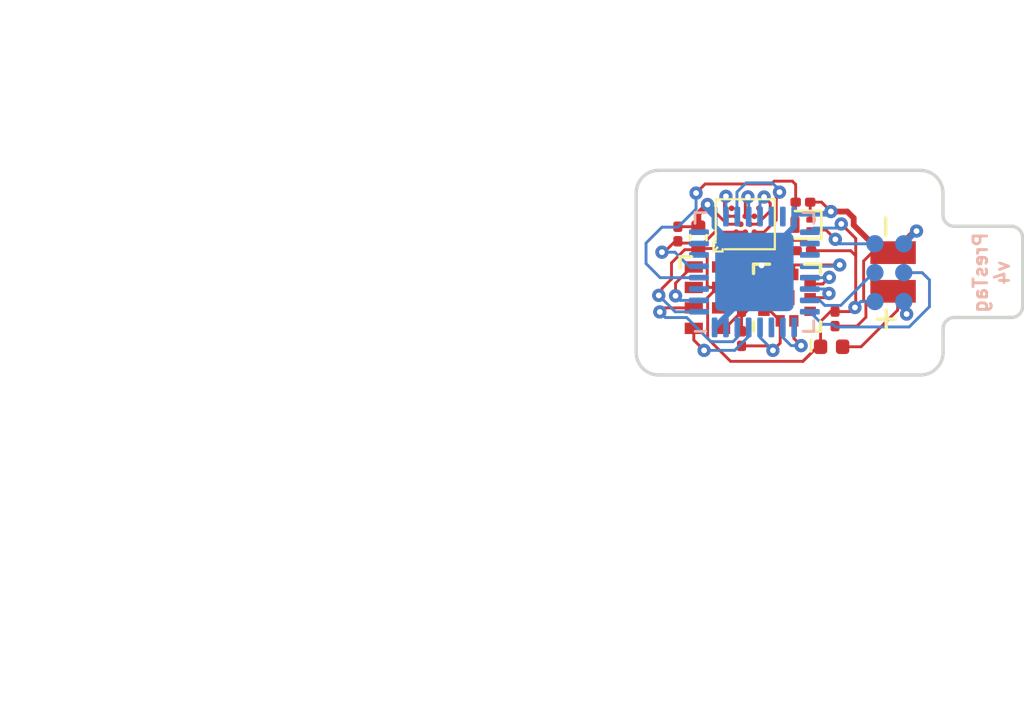
<source format=kicad_pcb>
(kicad_pcb (version 20211014) (generator pcbnew)
  (layers (0 "F.Cu" signal) (31 "B.Cu" signal) (34 "B.Paste" user) (35 "F.Paste" user) (36 "B.SilkS" user "B.Silkscreen") (37 "F.SilkS" user "F.Silkscreen") (38 "B.Mask" user) (39 "F.Mask" user) (44 "Edge.Cuts" user))
  (net 0 "")
  (net 1 "GND")
  (net 2 "VBAT")
  (net 3 "SWDIO")
  (net 4 "SWCLK")
  (net 5 "Net-(C502-Pad1)")
  (net 6 "RST")
  (net 7 "/clkout")
  (net 8 "/SCL")
  (net 9 "/SDA")
  (net 10 "VIN")
  (net 11 "Net-(R1-Pad1)")
  (net 12 "/AT25_MISO")
  (net 13 "/AT25_nCS")
  (net 14 "/AT25_MOSI")
  (net 15 "/AT25_SCK")
  (net 16 "/LPS_CS")
  (net 17 "/LPS_PWR")
  (net 18 "/LPS_MISO")
  (net 19 "/LPS_MOSI")
  (net 20 "/LPS_SCK")
  (footprint "library:taghole1.1mm" (layer "F.Cu") (at 139.931876 111.650589)
    (fp_text reference "J303" hide)
    (fp_text value "Conn_01x01" hide)
    (pad "" np_thru_hole circle (at 0.615 -0.03) (size 1.1 1.1) (drill 1.1) (layers F&B.Cu *.Mask))
  )
  (footprint "bittag:MS621" (layer "F.Cu") (at 150.596876 108.370589 180)
    (fp_text reference "J401" hide)
    (fp_text value "CONN_01X02" hide)
    (fp_text user "-" (at 0.4 2 270) (layer "F.SilkS"))
    (fp_text user "+" (at 0.3 -2 180) (layer "F.SilkS"))
    (pad "1" smd rect locked (at 0 -0.85 180) (size 2 1) (layers "F.Cu" "F.Mask") (net 2 "VBAT"))
    (pad "2" smd rect locked (at 0 0.85 180) (size 2 1) (layers "F.Cu" "F.Mask") (net 1 "GND"))
  )
  (footprint "Capacitor_SMD:C_0402_1005Metric" (layer "F.Cu") (at 142.031876 106.859589 90)
    (fp_text reference "C404" hide)
    (fp_text value "22uf")
    (fp_line (start -0.107836 -0.36) (end 0.107836 -0.36) (layer "F.SilkS") (width 0.12))
    (fp_line (start -0.107836 0.36) (end 0.107836 0.36) (layer "F.SilkS") (width 0.12))
    (pad "1" smd roundrect locked (at -0.48 0 90) (size 0.56 0.62) (layers "F.Cu" "F.Paste" "F.Mask") (net 10 "VIN"))
    (pad "2" smd roundrect locked (at 0.48 0 90) (size 0.56 0.62) (layers "F.Cu" "F.Paste" "F.Mask") (net 1 "GND"))
  )
  (footprint "library:RV-8803-C7" (layer "F.Cu") (at 142.431876 109.500589)
    (fp_text reference "U501" hide)
    (fp_text value "RV-3028-C7" hide)
    (fp_line (start -1.2 -1.8) (end -1.2 -1.3) (layer "F.SilkS") (width 0.15))
    (fp_line (start -0.7 -1.8) (end -1.2 -1.8) (layer "F.SilkS") (width 0.15))
    (pad "1" smd rect locked (at -0.6 -1.35) (size 0.8 0.5) (layers "F.Cu" "F.Paste" "F.Mask") (net 7 "/clkout"))
    (pad "2" smd rect locked (at -0.6 -0.45) (size 0.8 0.5) (layers "F.Cu" "F.Paste" "F.Mask"))
    (pad "3" smd rect locked (at -0.6 0.45) (size 0.8 0.5) (layers "F.Cu" "F.Paste" "F.Mask") (net 8 "/SCL"))
    (pad "4" smd rect locked (at -0.6 1.35) (size 0.8 0.5) (layers "F.Cu" "F.Paste" "F.Mask") (net 9 "/SDA"))
    (pad "5" smd rect locked (at 0.6 1.35) (size 0.8 0.5) (layers "F.Cu" "F.Paste" "F.Mask") (net 1 "GND"))
    (pad "6" smd rect locked (at 0.6 0.45) (size 0.8 0.5) (layers "F.Cu" "F.Paste" "F.Mask") (net 11 "Net-(R1-Pad1)"))
    (pad "7" smd rect locked (at 0.6 -0.45) (size 0.8 0.5) (layers "F.Cu" "F.Paste" "F.Mask") (net 10 "VIN"))
    (pad "8" smd rect locked (at 0.6 -1.35) (size 0.8 0.5) (layers "F.Cu" "F.Paste" "F.Mask") (net 1 "GND"))
  )
  (footprint "Resistor_SMD:R_0201_0603Metric" (layer "F.Cu") (at 143.931876 109.800589 -90)
    (fp_text reference "R1" hide)
    (fp_text value "10k")
    (pad "1" smd roundrect locked (at -0.32 0 270) (size 0.46 0.4) (layers "F.Cu" "F.Mask") (net 11 "Net-(R1-Pad1)"))
    (pad "2" smd roundrect locked (at 0.32 0 270) (size 0.46 0.4) (layers "F.Cu" "F.Mask") (net 1 "GND"))
  )
  (footprint "Capacitor_SMD:C_0201_0603Metric" (layer "F.Cu") (at 148.044276 110.432589 -90)
    (fp_text reference "C501" hide)
    (fp_text value "0.1uf")
    (pad "1" smd roundrect locked (at -0.32 0 270) (size 0.46 0.4) (layers "F.Cu" "F.Mask") (net 10 "VIN"))
    (pad "2" smd roundrect locked (at 0.32 0 270) (size 0.46 0.4) (layers "F.Cu" "F.Mask") (net 1 "GND"))
  )
  (footprint "Capacitor_SMD:C_0201_0603Metric" (layer "F.Cu") (at 143.931876 108.400589 90)
    (fp_text reference "C503" hide)
    (fp_text value "0.1uf")
    (pad "1" smd roundrect locked (at -0.32 0 90) (size 0.46 0.4) (layers "F.Cu" "F.Mask") (net 10 "VIN"))
    (pad "2" smd roundrect locked (at 0.32 0 90) (size 0.46 0.4) (layers "F.Cu" "F.Mask") (net 1 "GND"))
  )
  (footprint "Diode_SMD:D_0402_1005Metric" (layer "F.Cu") (at 147.891876 111.659589)
    (fp_text reference "D401" hide)
    (fp_text value "D")
    (fp_line (start -0.9 -0.32) (end -0.9 0.2) (layer "F.SilkS") (width 0.12))
    (pad "1" smd roundrect (at -0.485 0) (size 0.59 0.64) (layers "F.Cu" "F.Paste" "F.Mask") (net 10 "VIN"))
    (pad "2" smd roundrect (at 0.485 0) (size 0.59 0.64) (layers "F.Cu" "F.Paste" "F.Mask") (net 2 "VBAT"))
  )
  (footprint "library:adesto_wlcsp12" (layer "F.Cu") (at 144.096876 106.270589 90)
    (fp_text reference "U1" hide)
    (fp_text value "at25ex321D-UUN" hide)
    (fp_line (start 1.1 1.3) (end 1.1 -1.3) (layer "F.SilkS") (width 0.1))
    (fp_line (start -1.2 -1) (end -1.1 -1) (layer "F.SilkS") (width 0.1))
    (fp_line (start -0.8 -1.4) (end -0.8 -1.3) (layer "F.SilkS") (width 0.1))
    (fp_line (start -1.2 -1.4) (end -1.025 -1.225) (layer "F.SilkS") (width 0.1))
    (fp_line (start -1.1 1.3) (end -1.1 -0.9) (layer "F.SilkS") (width 0.1))
    (fp_line (start -0.8 -1.4) (end -1.2 -1.4) (layer "F.SilkS") (width 0.1))
    (fp_line (start -1.1 1.3) (end 1.1 1.3) (layer "F.SilkS") (width 0.1))
    (fp_line (start -1.2 -1) (end -1.2 -1.4) (layer "F.SilkS") (width 0.1))
    (fp_line (start 1.1 -1.3) (end -0.7 -1.3) (layer "F.SilkS") (width 0.1))
    (pad "A1" smd circle locked (at -0.7 -0.6 90) (size 0.25 0.25) (layers "F.Cu" "F.Paste" "F.Mask"))
    (pad "A5" smd circle locked (at 0.7 -0.6 90) (size 0.25 0.25) (layers "F.Cu" "F.Paste" "F.Mask"))
    (pad "B2" smd circle locked (at -0.35 -0.4 90) (size 0.25 0.25) (layers "F.Cu" "F.Paste" "F.Mask") (net 10 "VIN"))
    (pad "B4" smd circle locked (at 0.35 -0.4 90) (size 0.25 0.25) (layers "F.Cu" "F.Paste" "F.Mask") (net 13 "/AT25_nCS"))
    (pad "C3" smd circle locked (at 0 -0.2 90) (size 0.25 0.25) (layers "F.Cu" "F.Paste" "F.Mask") (net 1 "GND"))
    (pad "D2" smd circle locked (at -0.35 0 90) (size 0.25 0.25) (layers "F.Cu" "F.Paste" "F.Mask") (net 10 "VIN"))
    (pad "D4" smd circle locked (at 0.35 0 90) (size 0.25 0.25) (layers "F.Cu" "F.Paste" "F.Mask") (net 12 "/AT25_MISO"))
    (pad "E3" smd circle locked (at 0 0.2 90) (size 0.25 0.25) (layers "F.Cu" "F.Paste" "F.Mask") (net 14 "/AT25_MOSI"))
    (pad "F2" smd circle locked (at -0.35 0.4 90) (size 0.25 0.25) (layers "F.Cu" "F.Paste" "F.Mask") (net 15 "/AT25_SCK"))
    (pad "F4" smd circle locked (at 0.35 0.4 90) (size 0.25 0.25) (layers "F.Cu" "F.Paste" "F.Mask"))
    (pad "G1" smd circle locked (at -0.7 0.6 90) (size 0.25 0.25) (layers "F.Cu" "F.Paste" "F.Mask"))
    (pad "G5" smd circle locked (at 0.7 0.6 90) (size 0.25 0.25) (layers "F.Cu" "F.Paste" "F.Mask"))
  )
  (footprint "Capacitor_SMD:C_0201_0603Metric" (layer "F.Cu") (at 146.631876 105.300589)
    (fp_text reference "C502" hide)
    (fp_text value "0.1uf")
    (pad "1" smd roundrect locked (at -0.32 0) (size 0.46 0.4) (layers "F.Cu" "F.Mask") (net 5 "Net-(C502-Pad1)"))
    (pad "2" smd roundrect locked (at 0.32 0) (size 0.46 0.4) (layers "F.Cu" "F.Mask") (net 1 "GND"))
  )
  (footprint "library:taghole1.1mm" (layer "F.Cu") (at 139.931876 105.150589)
    (fp_text reference "J304" hide)
    (fp_text value "Conn_01x01" hide)
    (pad "" np_thru_hole circle (at 0.615 -0.03) (size 1.1 1.1) (drill 1.1) (layers F&B.Cu *.Mask))
  )
  (footprint "library:taghole1.1mm" (layer "F.Cu") (at 150.901876 111.650589)
    (fp_text reference "J301" hide)
    (fp_text value "Conn_01x01" hide)
    (pad "" np_thru_hole circle locked (at 0.645 -0.03) (size 1.1 1.1) (drill 1.1) (layers F&B.Cu *.Mask))
  )
  (footprint "library:taghole1.1mm" (layer "F.Cu") (at 150.901876 105.150589)
    (fp_text reference "J302" hide)
    (fp_text value "Conn_01x01" hide)
    (pad "" np_thru_hole circle (at 0.645 -0.03) (size 1.1 1.1) (drill 1.1) (layers F&B.Cu *.Mask))
  )
  (footprint "Package_TO_SOT_SMD:SOT-883" (layer "F.Cu") (at 146.631876 106.300589 180)
    (fp_text reference "Q501" hide)
    (fp_text value "Q_NPN_BEC")
    (fp_line (start 0.35 0.61) (end -0.81 0.61) (layer "F.SilkS") (width 0.12))
    (fp_line (start -0.81 0.61) (end -0.81 -0.61) (layer "F.SilkS") (width 0.12))
    (fp_line (start -0.81 -0.61) (end 0.35 -0.61) (layer "F.SilkS") (width 0.12))
    (pad "1" smd roundrect locked (at -0.35 -0.225 180) (size 0.4 0.25) (layers "F.Cu" "F.Paste" "F.Mask") (roundrect_rratio 0.2) (net 6 "RST"))
    (pad "2" smd roundrect locked (at -0.35 0.225 180) (size 0.4 0.25) (layers "F.Cu" "F.Paste" "F.Mask") (roundrect_rratio 0.2) (net 1 "GND"))
    (pad "3" smd roundrect locked (at 0.35 0 180) (size 0.4 0.7) (layers "F.Cu" "F.Paste" "F.Mask") (roundrect_rratio 0.125) (net 5 "Net-(C502-Pad1)"))
  )
  (footprint "Capacitor_SMD:C_0201_0603Metric" (layer "F.Cu") (at 143.931876 111.300589 90)
    (fp_text reference "C1" hide)
    (fp_text value "0.1uf")
    (pad "1" smd roundrect locked (at -0.32 0 90) (size 0.46 0.4) (layers "F.Cu" "F.Mask") (net 17 "/LPS_PWR"))
    (pad "2" smd roundrect locked (at 0.32 0 90) (size 0.46 0.4) (layers "F.Cu" "F.Mask") (net 1 "GND"))
  )
  (footprint "lib_fp:LPS27HHWTR" (layer "F.Cu") (at 145.931876 109.500589 90)
    (fp_text reference "U2" hide)
    (fp_text value "LPS27HHWTR" hide)
    (fp_line (start 1.4732 -1.4732) (end 1.066686 -1.4732) (layer "F.SilkS") (width 0.1524))
    (fp_line (start -1.4732 1.4732) (end -1.066686 1.4732) (layer "F.SilkS") (width 0.1524))
    (fp_line (start -1.4732 0.770467) (end -1.4732 1.4732) (layer "F.SilkS") (width 0.1524))
    (fp_line (start 1.4732 1.4732) (end 1.4732 0.770467) (layer "F.SilkS") (width 0.1524))
    (fp_line (start 1.066686 1.4732) (end 1.4732 1.4732) (layer "F.SilkS") (width 0.1524))
    (fp_line (start -1.066686 -1.4732) (end -1.4732 -1.4732) (layer "F.SilkS") (width 0.1524))
    (fp_line (start 1.4732 -0.770467) (end 1.4732 -1.4732) (layer "F.SilkS") (width 0.1524))
    (pad "1" smd rect (at -1.020999 -0.299999 180) (size 0.4064 0.508) (layers "F.Cu" "F.Paste" "F.Mask") (net 17 "/LPS_PWR"))
    (pad "2" smd rect (at -1.020999 0.299999 180) (size 0.4064 0.508) (layers "F.Cu" "F.Paste" "F.Mask") (net 20 "/LPS_SCK"))
    (pad "3" smd rect (at -0.599999 1.016 90) (size 0.4064 0.508) (layers "F.Cu" "F.Paste" "F.Mask"))
    (pad "4" smd rect (at 0 1.016 90) (size 0.4064 0.508) (layers "F.Cu" "F.Paste" "F.Mask") (net 19 "/LPS_MOSI"))
    (pad "5" smd rect (at 0.599999 1.016 90) (size 0.4064 0.508) (layers "F.Cu" "F.Paste" "F.Mask") (net 18 "/LPS_MISO"))
    (pad "6" smd rect (at 1.020999 0.299999 180) (size 0.4064 0.508) (layers "F.Cu" "F.Paste" "F.Mask") (net 16 "/LPS_CS"))
    (pad "7" smd rect (at 1.020999 -0.299999 180) (size 0.4064 0.508) (layers "F.Cu" "F.Paste" "F.Mask"))
    (pad "8" smd rect (at 0.599999 -1.016 90) (size 0.4064 0.508) (layers "F.Cu" "F.Paste" "F.Mask") (net 1 "GND"))
    (pad "9" smd rect (at 0 -1.016 90) (size 0.4064 0.508) (layers "F.Cu" "F.Paste" "F.Mask") (net 1 "GND"))
    (pad "10" smd rect (at -0.599999 -1.016 90) (size 0.4064 0.508) (layers "F.Cu" "F.Paste" "F.Mask") (net 17 "/LPS_PWR"))
    (pad "11" smd rect (at 0 0 90) (size 0.6604 0.6604) (layers "F.Cu" "F.Paste" "F.Mask") (net 1 "GND"))
  )
  (footprint "Capacitor_SMD:C_0201_0603Metric" (layer "F.Cu") (at 141.131876 106.700589 90)
    (fp_text reference "C2" hide)
    (fp_text value "0.1uf")
    (pad "1" smd roundrect locked (at -0.32 0 90) (size 0.46 0.4) (layers "F.Cu" "F.Mask") (net 10 "VIN"))
    (pad "2" smd roundrect locked (at 0.32 0 90) (size 0.46 0.4) (layers "F.Cu" "F.Mask") (net 1 "GND"))
  )
  (footprint "Capacitor_SMD:C_0201_0603Metric" (layer "F.Cu") (at 146.672676 107.435389 180)
    (fp_text reference "C101" hide)
    (fp_text value "1uf")
    (pad "1" smd roundrect locked (at -0.32 0 180) (size 0.46 0.4) (layers "F.Cu" "F.Mask") (net 10 "VIN"))
    (pad "2" smd roundrect locked (at 0.32 0 180) (size 0.46 0.4) (layers "F.Cu" "F.Mask") (net 1 "GND"))
  )
  (footprint "bittag:tagpoints6" (layer "B.Cu") (at 150.431876 108.400589 90)
    (fp_text reference "J201" hide)
    (fp_text value "CONN_02X04" hide)
    (pad "1" smd circle locked (at -1.27 -0.635 90) (size 0.762 0.762) (layers "B.Cu" "B.Mask") (net 10 "VIN"))
    (pad "2" smd circle locked (at -1.27 0.635 90) (size 0.762 0.762) (layers "B.Cu" "B.Mask") (net 2 "VBAT"))
    (pad "3" smd circle locked (at 0 -0.635 90) (size 0.762 0.762) (layers "B.Cu" "B.Mask") (net 3 "SWDIO"))
    (pad "4" smd circle locked (at 0 0.635 90) (size 0.762 0.762) (layers "B.Cu" "B.Mask") (net 4 "SWCLK"))
    (pad "5" smd circle locked (at 1.27 -0.635 90) (size 0.762 0.762) (layers "B.Cu" "B.Mask") (net 6 "RST"))
    (pad "6" smd circle locked (at 1.27 0.635 90) (size 0.762 0.762) (layers "B.Cu" "B.Mask") (net 1 "GND"))
  )
  (footprint "Package_DFN_QFN:QFN-32-1EP_5x5mm_P0.5mm_EP3.45x3.45mm" (layer "B.Cu") (at 144.496876 108.370589)
    (fp_text reference "U302" hide)
    (fp_text value "stm32l431kc")
    (fp_line (start 2.61 -2.61) (end 2.61 -2.135) (layer "B.SilkS") (width 0.12))
    (fp_line (start 2.135 2.61) (end 2.61 2.61) (layer "B.SilkS") (width 0.12))
    (fp_line (start -2.135 -2.61) (end -2.61 -2.61) (layer "B.SilkS") (width 0.12))
    (fp_line (start 2.135 -2.61) (end 2.61 -2.61) (layer "B.SilkS") (width 0.12))
    (fp_line (start -2.135 2.61) (end -2.61 2.61) (layer "B.SilkS") (width 0.12))
    (fp_line (start -2.61 -2.61) (end -2.61 -2.135) (layer "B.SilkS") (width 0.12))
    (fp_line (start 2.61 2.61) (end 2.61 2.135) (layer "B.SilkS") (width 0.12))
    (pad "1" smd roundrect locked (at -2.4375 1.75) (size 0.875 0.25) (layers "B.Cu" "B.Paste" "B.Mask") (net 10 "VIN"))
    (pad "2" smd roundrect locked (at -2.4375 1.25) (size 0.875 0.25) (layers "B.Cu" "B.Paste" "B.Mask") (net 7 "/clkout"))
    (pad "3" smd roundrect locked (at -2.4375 0.75) (size 0.875 0.25) (layers "B.Cu" "B.Paste" "B.Mask"))
    (pad "4" smd roundrect locked (at -2.4375 0.25) (size 0.875 0.25) (layers "B.Cu" "B.Paste" "B.Mask") (net 5 "Net-(C502-Pad1)"))
    (pad "5" smd roundrect locked (at -2.4375 -0.25) (size 0.875 0.25) (layers "B.Cu" "B.Paste" "B.Mask") (net 10 "VIN"))
    (pad "6" smd roundrect locked (at -2.4375 -0.75) (size 0.875 0.25) (layers "B.Cu" "B.Paste" "B.Mask"))
    (pad "7" smd roundrect locked (at -2.4375 -1.25) (size 0.875 0.25) (layers "B.Cu" "B.Paste" "B.Mask"))
    (pad "8" smd roundrect locked (at -2.4375 -1.75) (size 0.875 0.25) (layers "B.Cu" "B.Paste" "B.Mask"))
    (pad "9" smd roundrect locked (at -1.75 -2.4375) (size 0.25 0.875) (layers "B.Cu" "B.Paste" "B.Mask") (net 1 "GND"))
    (pad "10" smd roundrect locked (at -1.25 -2.4375) (size 0.25 0.875) (layers "B.Cu" "B.Paste" "B.Mask") (net 13 "/AT25_nCS"))
    (pad "11" smd roundrect locked (at -0.75 -2.4375) (size 0.25 0.875) (layers "B.Cu" "B.Paste" "B.Mask") (net 15 "/AT25_SCK"))
    (pad "12" smd roundrect locked (at -0.25 -2.4375) (size 0.25 0.875) (layers "B.Cu" "B.Paste" "B.Mask") (net 12 "/AT25_MISO"))
    (pad "13" smd roundrect locked (at 0.25 -2.4375) (size 0.25 0.875) (layers "B.Cu" "B.Paste" "B.Mask") (net 14 "/AT25_MOSI"))
    (pad "14" smd roundrect locked (at 0.75 -2.4375) (size 0.25 0.875) (layers "B.Cu" "B.Paste" "B.Mask"))
    (pad "15" smd roundrect locked (at 1.25 -2.4375) (size 0.25 0.875) (layers "B.Cu" "B.Paste" "B.Mask"))
    (pad "16" smd roundrect locked (at 1.75 -2.4375) (size 0.25 0.875) (layers "B.Cu" "B.Paste" "B.Mask") (net 1 "GND"))
    (pad "17" smd roundrect locked (at 2.4375 -1.75) (size 0.875 0.25) (layers "B.Cu" "B.Paste" "B.Mask") (net 10 "VIN"))
    (pad "18" smd roundrect locked (at 2.4375 -1.25) (size 0.875 0.25) (layers "B.Cu" "B.Paste" "B.Mask"))
    (pad "19" smd roundrect locked (at 2.4375 -0.75) (size 0.875 0.25) (layers "B.Cu" "B.Paste" "B.Mask"))
    (pad "20" smd roundrect locked (at 2.4375 -0.25) (size 0.875 0.25) (layers "B.Cu" "B.Paste" "B.Mask") (net 16 "/LPS_CS"))
    (pad "21" smd roundrect locked (at 2.4375 0.25) (size 0.875 0.25) (layers "B.Cu" "B.Paste" "B.Mask") (net 18 "/LPS_MISO"))
    (pad "22" smd roundrect locked (at 2.4375 0.75) (size 0.875 0.25) (layers "B.Cu" "B.Paste" "B.Mask") (net 19 "/LPS_MOSI"))
    (pad "23" smd roundrect locked (at 2.4375 1.25) (size 0.875 0.25) (layers "B.Cu" "B.Paste" "B.Mask") (net 3 "SWDIO"))
    (pad "24" smd roundrect locked (at 2.4375 1.75) (size 0.875 0.25) (layers "B.Cu" "B.Paste" "B.Mask") (net 4 "SWCLK"))
    (pad "25" smd roundrect locked (at 1.75 2.4375) (size 0.25 0.875) (layers "B.Cu" "B.Paste" "B.Mask"))
    (pad "26" smd roundrect locked (at 1.25 2.4375) (size 0.25 0.875) (layers "B.Cu" "B.Paste" "B.Mask") (net 20 "/LPS_SCK"))
    (pad "27" smd roundrect locked (at 0.75 2.4375) (size 0.25 0.875) (layers "B.Cu" "B.Paste" "B.Mask"))
    (pad "28" smd roundrect locked (at 0.25 2.4375) (size 0.25 0.875) (layers "B.Cu" "B.Paste" "B.Mask") (net 17 "/LPS_PWR"))
    (pad "29" smd roundrect locked (at -0.25 2.4375) (size 0.25 0.875) (layers "B.Cu" "B.Paste" "B.Mask") (net 9 "/SDA"))
    (pad "30" smd roundrect locked (at -0.75 2.4375) (size 0.25 0.875) (layers "B.Cu" "B.Paste" "B.Mask") (net 8 "/SCL"))
    (pad "31" smd roundrect locked (at -1.25 2.4375) (size 0.25 0.875) (layers "B.Cu" "B.Paste" "B.Mask") (net 1 "GND"))
    (pad "32" smd roundrect locked (at -1.75 2.4375) (size 0.25 0.875) (layers "B.Cu" "B.Paste" "B.Mask") (net 1 "GND"))
    (pad "33" smd roundrect locked (at 0 0) (size 3.45 3.45) (layers "B.Cu" "B.Mask") (roundrect_rratio 0.07246376812) (net 1 "GND"))
  )
  (gr_line (start 139.296876 111.900589) (end 139.296876 104.900589) (layer "Edge.Cuts") (width 0.15))
  (gr_line (start 152.791876 104.900589) (end 152.791876 105.870589) (layer "Edge.Cuts") (width 0.15))
  (gr_line (start 156.296876 106.870589) (end 156.296876 109.870589) (layer "Edge.Cuts") (width 0.15))
  (gr_line (start 152.796876 111.900589) (end 152.796876 110.870589) (layer "Edge.Cuts") (width 0.15))
  (gr_arc (start 140.296876 112.900589) (mid 139.589769 112.607696) (end 139.296876 111.900589) (layer "Edge.Cuts") (width 0.15))
  (gr_arc (start 151.791876 103.900589) (mid 152.498983 104.193482) (end 152.791876 104.900589) (layer "Edge.Cuts") (width 0.15))
  (gr_line (start 140.296876 103.900589) (end 151.791876 103.900589) (layer "Edge.Cuts") (width 0.15))
  (gr_arc (start 156.296876 109.870589) (mid 156.150429 110.224142) (end 155.796876 110.370589) (layer "Edge.Cuts") (width 0.15))
  (gr_arc (start 152.796876 111.900589) (mid 152.503983 112.607696) (end 151.796876 112.900589) (layer "Edge.Cuts") (width 0.15))
  (gr_arc (start 153.291876 106.360589) (mid 152.940394 106.219142) (end 152.791876 105.870589) (layer "Edge.Cuts") (width 0.15))
  (gr_line (start 151.796876 112.900589) (end 140.296876 112.900589) (layer "Edge.Cuts") (width 0.15))
  (gr_arc (start 155.791876 106.360589) (mid 156.15 106.511) (end 156.296876 106.870589) (layer "Edge.Cuts") (width 0.15))
  (gr_line (start 153.291876 106.360589) (end 155.791876 106.360589) (layer "Edge.Cuts") (width 0.15))
  (gr_arc (start 152.796876 110.870589) (mid 152.943323 110.517036) (end 153.296876 110.370589) (layer "Edge.Cuts") (width 0.15))
  (gr_line (start 153.296876 110.370589) (end 155.796876 110.370589) (layer "Edge.Cuts") (width 0.15))
  (gr_arc (start 139.296876 104.900589) (mid 139.589769 104.193482) (end 140.296876 103.900589) (layer "Edge.Cuts") (width 0.15))
  (gr_text "PresTag\nv4" (at 154.921876 108.400589 90) (layer "B.SilkS") (effects (font (size 0.6 0.6) (thickness 0.125)) (justify mirror)))
  (segment (start 147.450616 105.300589) (end 147.863213 105.713186) (width 0.127) (layer "F.Cu") (net 1))
  (segment (start 150.796876 107.520589) (end 150.212876 107.520589) (width 0.254) (layer "F.Cu") (net 1))
  (segment (start 146.951876 105.300589) (end 146.951876 106.045589) (width 0.127) (layer "F.Cu") (net 1))
  (segment (start 143.301876 106.270589) (end 142.726878 105.695591) (width 0.127) (layer "F.Cu") (net 1))
  (segment (start 143.931876 108.080589) (end 144.811876 108.080589) (width 0.127) (layer "F.Cu") (net 1))
  (segment (start 146.951876 105.300589) (end 147.450616 105.300589) (width 0.127) (layer "F.Cu") (net 1))
  (segment (start 148.580305 105.713186) (end 147.863213 105.713186) (width 0.254) (layer "F.Cu") (net 1))
  (segment (start 150.746876 107.370589) (end 150.596876 107.520589) (width 0.254) (layer "F.Cu") (net 1))
  (segment (start 149.401867 110.359598) (end 149.401867 109.70103) (width 0.127) (layer "F.Cu") (net 1))
  (segment (start 144.915876 109.500589) (end 144.751876 109.500589) (width 0.127) (layer "F.Cu") (net 1))
  (segment (start 144.915876 108.90059) (end 144.915876 109.500589) (width 0.127) (layer "F.Cu") (net 1))
  (segment (start 144.915876 109.500589) (end 145.931876 109.500589) (width 0.127) (layer "F.Cu") (net 1))
  (segment (start 149.301876 109.601039) (end 149.301876 107.888589) (width 0.127) (layer "F.Cu") (net 1))
  (segment (start 141.131876 106.380589) (end 142.030876 106.380589) (width 0.127) (layer "F.Cu") (net 1))
  (segment (start 143.896876 106.270589) (end 143.701876 106.270589) (width 0.13) (layer "F.Cu") (net 1))
  (segment (start 149.401867 109.70103) (end 149.301876 109.601039) (width 0.127) (layer "F.Cu") (net 1))
  (segment (start 151.546876 106.570589) (end 150.596876 107.520589) (width 0.254) (layer "F.Cu") (net 1))
  (segment (start 148.864579 106.307291) (end 148.864579 105.99746) (width 0.254) (layer "F.Cu") (net 1))
  (segment (start 143.201876 110.850589) (end 143.031876 110.850589) (width 0.127) (layer "F.Cu") (net 1))
  (segment (start 142.031876 105.806395) (end 142.434779 105.403492) (width 0.254) (layer "F.Cu") (net 1))
  (segment (start 149.008876 110.752589) (end 149.401867 110.359598) (width 0.127) (layer "F.Cu") (net 1))
  (segment (start 144.131876 110.120589) (end 143.931876 110.120589) (width 0.127) (layer "F.Cu") (net 1))
  (segment (start 142.726878 105.695591) (end 142.434779 105.403492) (width 0.127) (layer "F.Cu") (net 1))
  (segment (start 151.626876 106.570589) (end 151.546876 106.570589) (width 0.254) (layer "F.Cu") (net 1))
  (segment (start 144.811876 108.080589) (end 144.811876 108.79659) (width 0.127) (layer "F.Cu") (net 1))
  (segment (start 144.751876 109.500589) (end 144.131876 110.120589) (width 0.127) (layer "F.Cu") (net 1))
  (segment (start 143.031876 108.150589) (end 143.901876 108.150589) (width 0.127) (layer "F.Cu") (net 1))
  (segment (start 144.811876 108.080589) (end 145.224967 108.080589) (width 0.127) (layer "F.Cu") (net 1))
  (segment (start 148.864579 105.99746) (end 148.580305 105.713186) (width 0.254) (layer "F.Cu") (net 1))
  (segment (start 143.031876 110.850589) (end 143.16103 110.850589) (width 0.127) (layer "F.Cu") (net 1))
  (segment (start 150.077877 107.520589) (end 148.864579 106.307291) (width 0.254) (layer "F.Cu") (net 1))
  (segment (start 146.951876 106.045589) (end 146.981876 106.075589) (width 0.127) (layer "F.Cu") (net 1))
  (segment (start 149.669876 107.520589) (end 150.796876 107.520589) (width 0.127) (layer "F.Cu") (net 1))
  (segment (start 145.224967 108.080589) (end 145.870167 107.435389) (width 0.127) (layer "F.Cu") (net 1))
  (segment (start 142.031876 106.379589) (end 142.031876 105.806395) (width 0.254) (layer "F.Cu") (net 1))
  (segment (start 143.701876 106.270589) (end 143.301876 106.270589) (width 0.127) (layer "F.Cu") (net 1))
  (segment (start 148.044276 110.752589) (end 149.008876 110.752589) (width 0.127) (layer "F.Cu") (net 1))
  (segment (start 142.030876 106.380589) (end 142.031876 106.379589) (width 0.127) (layer "F.Cu") (net 1))
  (segment (start 150.796876 107.520589) (end 150.077877 107.520589) (width 0.254) (layer "F.Cu") (net 1))
  (segment (start 143.031876 108.150589) (end 143.861876 108.150589) (width 0.127) (layer "F.Cu") (net 1))
  (segment (start 143.931876 110.120589) (end 143.201876 110.850589) (width 0.127) (layer "F.Cu") (net 1))
  (segment (start 149.301876 107.888589) (end 149.669876 107.520589) (width 0.127) (layer "F.Cu") (net 1))
  (segment (start 144.811876 108.79659) (end 144.915876 108.90059) (width 0.127) (layer "F.Cu") (net 1))
  (segment (start 145.870167 107.435389) (end 146.352676 107.435389) (width 0.127) (layer "F.Cu") (net 1))
  (segment (start 149.912876 107.520589) (end 150.796876 107.520589) (width 0.127) (layer "F.Cu") (net 1))
  (segment (start 143.931876 110.980589) (end 143.931876 110.120589) (width 0.127) (layer "F.Cu") (net 1))
  (via (at 151.626876 106.570589) (size 0.5842) (drill 0.254) (layers "F.Cu" "B.Cu") (net 1))
  (via (at 142.434779 105.403492) (size 0.5842) (drill 0.254) (layers "F.Cu" "B.Cu") (net 1))
  (via (at 144.811876 108.080589) (size 0.5842) (drill 0.254) (layers "F.Cu" "B.Cu") (net 1))
  (via (at 147.863213 105.713186) (size 0.5842) (drill 0.254) (layers "F.Cu" "B.Cu") (net 1))
  (segment (start 144.746876 108.120589) (end 144.496876 108.370589) (width 0.13) (layer "B.Cu") (net 1))
  (segment (start 143.246876 107.120589) (end 144.496876 108.370589) (width 0.127) (layer "B.Cu") (net 1))
  (segment (start 146.246876 105.933089) (end 146.371876 105.808089) (width 0.254) (layer "B.Cu") (net 1))
  (segment (start 146.371876 105.808089) (end 147.91133 105.808089) (width 0.254) (layer "B.Cu") (net 1))
  (segment (start 145.246876 107.620589) (end 144.496876 108.370589) (width 0.127) (layer "B.Cu") (net 1))
  (segment (start 142.746876 105.933089) (end 142.434779 105.620992) (width 0.254) (layer "B.Cu") (net 1))
  (segment (start 142.434779 105.620992) (end 142.434779 105.403492) (width 0.254) (layer "B.Cu") (net 1))
  (segment (start 142.746876 106.370589) (end 144.496876 108.120589) (width 0.254) (layer "B.Cu") (net 1))
  (segment (start 143.246876 109.620589) (end 144.496876 108.370589) (width 0.13) (layer "B.Cu") (net 1))
  (segment (start 146.246876 105.933089) (end 146.246876 106.370589) (width 0.254) (layer "B.Cu") (net 1))
  (segment (start 147.948279 105.713186) (end 147.863213 105.713186) (width 0.254) (layer "B.Cu") (net 1))
  (segment (start 146.246876 106.370589) (end 144.496876 108.120589) (width 0.254) (layer "B.Cu") (net 1))
  (segment (start 144.796876 108.370589) (end 144.896876 108.270589) (width 0.127) (layer "B.Cu") (net 1))
  (segment (start 144.496876 108.370589) (end 144.796876 108.370589) (width 0.127) (layer "B.Cu") (net 1))
  (segment (start 143.746876 107.620589) (end 144.496876 108.370589) (width 0.127) (layer "B.Cu") (net 1))
  (segment (start 142.746876 105.933089) (end 142.746876 106.370589) (width 0.254) (layer "B.Cu") (net 1))
  (segment (start 143.246876 110.808089) (end 143.246876 109.620589) (width 0.13) (layer "B.Cu") (net 1))
  (segment (start 151.066876 107.130589) (end 151.626876 106.570589) (width 0.254) (layer "B.Cu") (net 1))
  (segment (start 142.746876 110.808089) (end 144.496876 109.058089) (width 0.254) (layer "B.Cu") (net 1))
  (segment (start 149.186876 111.659589) (end 150.796876 110.049589) (width 0.127) (layer "F.Cu") (net 2))
  (segment (start 150.646876 109.270589) (end 150.596876 109.220589) (width 0.254) (layer "F.Cu") (net 2))
  (segment (start 150.796876 109.220589) (end 150.611876 109.220589) (width 0.254) (layer "F.Cu") (net 2))
  (segment (start 148.376876 111.659589) (end 149.186876 111.659589) (width 0.127) (layer "F.Cu") (net 2))
  (segment (start 150.796876 110.049589) (end 150.796876 109.220589) (width 0.127) (layer "F.Cu") (net 2))
  (segment (start 151.191876 110.220589) (end 151.191876 109.615589) (width 0.127) (layer "F.Cu") (net 2))
  (segment (start 151.191876 109.615589) (end 150.796876 109.220589) (width 0.127) (layer "F.Cu") (net 2))
  (via (at 151.191876 110.220589) (size 0.5842) (drill 0.254) (layers "F.Cu" "B.Cu") (net 2))
  (segment (start 151.066876 109.670589) (end 151.066876 110.095589) (width 0.127) (layer "B.Cu") (net 2))
  (segment (start 151.066876 110.095589) (end 151.191876 110.220589) (width 0.127) (layer "B.Cu") (net 2))
  (segment (start 147.593477 109.84219) (end 147.371876 109.620589) (width 0.127) (layer "B.Cu") (net 3))
  (segment (start 147.371876 109.620589) (end 146.934376 109.620589) (width 0.127) (layer "B.Cu") (net 3))
  (segment (start 149.737856 108.400589) (end 148.296255 109.84219) (width 0.127) (layer "B.Cu") (net 3))
  (segment (start 149.796876 108.400589) (end 149.737856 108.400589) (width 0.127) (layer "B.Cu") (net 3))
  (segment (start 148.296255 109.84219) (end 147.593477 109.84219) (width 0.127) (layer "B.Cu") (net 3))
  (segment (start 151.876876 108.400589) (end 152.196876 108.720589) (width 0.127) (layer "B.Cu") (net 4))
  (segment (start 151.066876 108.400589) (end 151.876876 108.400589) (width 0.127) (layer "B.Cu") (net 4))
  (segment (start 147.951668 110.674339) (end 147.488126 110.674339) (width 0.127) (layer "B.Cu") (net 4))
  (segment (start 151.307397 110.787568) (end 148.064897 110.787568) (width 0.127) (layer "B.Cu") (net 4))
  (segment (start 152.196876 108.720589) (end 152.196876 109.898089) (width 0.127) (layer "B.Cu") (net 4))
  (segment (start 147.488126 110.674339) (end 146.934376 110.120589) (width 0.127) (layer "B.Cu") (net 4))
  (segment (start 152.196876 109.898089) (end 151.307397 110.787568) (width 0.127) (layer "B.Cu") (net 4))
  (segment (start 148.064897 110.787568) (end 147.951668 110.674339) (width 0.127) (layer "B.Cu") (net 4))
  (segment (start 146.311876 105.300589) (end 146.311876 106.270589) (width 0.127) (layer "F.Cu") (net 5))
  (segment (start 146.311876 105.300589) (end 146.311876 104.520589) (width 0.127) (layer "F.Cu") (net 5))
  (segment (start 146.311876 106.270589) (end 146.281876 106.300589) (width 0.127) (layer "F.Cu") (net 5))
  (segment (start 142.331876 104.500589) (end 141.931876 104.900589) (width 0.127) (layer "F.Cu") (net 5))
  (segment (start 145.370227 104.376988) (end 145.246626 104.500589) (width 0.127) (layer "F.Cu") (net 5))
  (segment (start 146.168275 104.376988) (end 145.370227 104.376988) (width 0.127) (layer "F.Cu") (net 5))
  (segment (start 146.311876 104.520589) (end 146.168275 104.376988) (width 0.127) (layer "F.Cu") (net 5))
  (segment (start 145.246626 104.500589) (end 142.331876 104.500589) (width 0.127) (layer "F.Cu") (net 5))
  (via (at 141.931876 104.900589) (size 0.5842) (drill 0.254) (layers "F.Cu" "B.Cu") (net 5))
  (segment (start 140.351876 108.620589) (end 139.731876 108.000589) (width 0.127) (layer "B.Cu") (net 5))
  (segment (start 142.059376 108.620589) (end 140.351876 108.620589) (width 0.127) (layer "B.Cu") (net 5))
  (segment (start 139.731876 108.000589) (end 139.731876 107.100589) (width 0.127) (layer "B.Cu") (net 5))
  (segment (start 141.931876 105.600589) (end 141.931876 104.900589) (width 0.127) (layer "B.Cu") (net 5))
  (segment (start 141.131876 106.400589) (end 141.931876 105.600589) (width 0.127) (layer "B.Cu") (net 5))
  (segment (start 140.431876 106.400589) (end 141.131876 106.400589) (width 0.127) (layer "B.Cu") (net 5))
  (segment (start 139.731876 107.100589) (end 140.431876 106.400589) (width 0.127) (layer "B.Cu") (net 5))
  (segment (start 147.648074 106.525589) (end 148.056953 106.934468) (width 0.127) (layer "F.Cu") (net 6))
  (segment (start 146.981876 106.525589) (end 147.648074 106.525589) (width 0.127) (layer "F.Cu") (net 6))
  (via (at 148.056953 106.934468) (size 0.5842) (drill 0.254) (layers "F.Cu" "B.Cu") (net 6))
  (segment (start 149.796876 107.130589) (end 148.253074 107.130589) (width 0.127) (layer "B.Cu") (net 6))
  (segment (start 148.253074 107.130589) (end 148.056953 106.934468) (width 0.127) (layer "B.Cu") (net 6))
  (segment (start 141.029542 108.862147) (end 141.029542 109.417989) (width 0.127) (layer "F.Cu") (net 7))
  (segment (start 141.831876 108.150589) (end 141.7411 108.150589) (width 0.127) (layer "F.Cu") (net 7))
  (segment (start 141.7411 108.150589) (end 141.029542 108.862147) (width 0.127) (layer "F.Cu") (net 7))
  (via (at 141.029542 109.417989) (size 0.5842) (drill 0.254) (layers "F.Cu" "B.Cu") (net 7))
  (segment (start 141.232142 109.620589) (end 141.029542 109.417989) (width 0.127) (layer "B.Cu") (net 7))
  (segment (start 142.059376 109.620589) (end 141.232142 109.620589) (width 0.127) (layer "B.Cu") (net 7))
  (segment (start 141.831876 109.950589) (end 140.441876 109.950589) (width 0.127) (layer "F.Cu") (net 8))
  (segment (start 140.441876 109.950589) (end 140.337948 110.054517) (width 0.127) (layer "F.Cu") (net 8))
  (segment (start 140.337948 110.054517) (end 140.337948 110.128454) (width 0.127) (layer "F.Cu") (net 8))
  (via (at 140.337948 110.128454) (size 0.5842) (drill 0.254) (layers "F.Cu" "B.Cu") (net 8))
  (segment (start 141.51808 110.374589) (end 142.57959 111.436099) (width 0.127) (layer "B.Cu") (net 8))
  (segment (start 142.677386 111.436099) (end 142.57959 111.436099) (width 0.127) (layer "B.Cu") (net 8))
  (segment (start 140.584083 110.374589) (end 140.337948 110.128454) (width 0.127) (layer "B.Cu") (net 8))
  (segment (start 142.677386 111.436099) (end 142.579574 111.436099) (width 0.127) (layer "B.Cu") (net 8))
  (segment (start 143.556366 111.436099) (end 142.677386 111.436099) (width 0.127) (layer "B.Cu") (net 8))
  (segment (start 143.746876 111.245589) (end 143.556366 111.436099) (width 0.127) (layer "B.Cu") (net 8))
  (segment (start 141.51808 110.374589) (end 140.584083 110.374589) (width 0.127) (layer "B.Cu") (net 8))
  (segment (start 141.831876 110.850589) (end 141.831876 111.365372) (width 0.127) (layer "F.Cu") (net 9))
  (segment (start 141.831876 111.365372) (end 142.284495 111.817991) (width 0.127) (layer "F.Cu") (net 9))
  (via (at 142.284495 111.817991) (size 0.5842) (drill 0.254) (layers "F.Cu" "B.Cu") (net 9))
  (segment (start 143.840273 111.608986) (end 143.631268 111.817991) (width 0.127) (layer "B.Cu") (net 9))
  (segment (start 143.631268 111.817991) (end 142.284495 111.817991) (width 0.127) (layer "B.Cu") (net 9))
  (segment (start 144.246876 110.808089) (end 144.246876 111.202384) (width 0.127) (layer "B.Cu") (net 9))
  (segment (start 144.246876 111.202384) (end 143.840273 111.608986) (width 0.127) (layer "B.Cu") (net 9))
  (segment (start 143.031876 109.050589) (end 143.601876 109.050589) (width 0.127) (layer "F.Cu") (net 10))
  (segment (start 147.406876 111.659589) (end 147.406876 111.344589) (width 0.127) (layer "F.Cu") (net 10))
  (segment (start 147.844276 110.112589) (end 147.406876 110.549989) (width 0.127) (layer "F.Cu") (net 10))
  (segment (start 141.131876 107.020589) (end 141.011876 107.020589) (width 0.127) (layer "F.Cu") (net 10))
  (segment (start 143.696876 106.620589) (end 142.750876 106.620589) (width 0.127) (layer "F.Cu") (net 10))
  (segment (start 144.096876 106.620589) (end 143.696876 106.620589) (width 0.127) (layer "F.Cu") (net 10))
  (segment (start 148.953079 109.898866) (end 148.919266 109.932679) (width 0.127) (layer "F.Cu") (net 10))
  (segment (start 143.031876 109.050589) (end 142.504876 109.050589) (width 0.127) (layer "F.Cu") (net 10))
  (segment (start 148.92555 109.932679) (end 148.919266 109.932679) (width 0.127) (layer "F.Cu") (net 10))
  (segment (start 146.992676 107.235389) (end 146.735476 106.978189) (width 0.127) (layer "F.Cu") (net 10))
  (segment (start 148.044276 110.112589) (end 147.844276 110.112589) (width 0.127) (layer "F.Cu") (net 10))
  (segment (start 144.170876 107.339589) (end 142.031876 107.339589) (width 0.127) (layer "F.Cu") (net 10))
  (segment (start 140.531876 107.500589) (end 140.431876 107.500589) (width 0.127) (layer "F.Cu") (net 10))
  (segment (start 142.422377 108.96809) (end 142.422377 107.73009) (width 0.127) (layer "F.Cu") (net 10))
  (segment (start 145.732876 106.978189) (end 145.131679 107.579386) (width 0.127) (layer "F.Cu") (net 10))
  (segment (start 141.792876 107.100589) (end 142.031876 107.339589) (width 0.127) (layer "F.Cu") (net 10))
  (segment (start 146.735476 106.978189) (end 145.732876 106.978189) (width 0.127) (layer "F.Cu") (net 10))
  (segment (start 147.406876 110.549989) (end 147.406876 111.344589) (width 0.127) (layer "F.Cu") (net 10))
  (segment (start 141.431876 107.390589) (end 140.851876 107.970589) (width 0.127) (layer "F.Cu") (net 10))
  (segment (start 140.851876 107.970589) (end 140.851876 108.680589) (width 0.127) (layer "F.Cu") (net 10))
  (segment (start 146.992676 107.435389) (end 146.992676 107.235389) (width 0.127) (layer "F.Cu") (net 10))
  (segment (start 141.131876 107.100589) (end 141.792876 107.100589) (width 0.127) (layer "F.Cu") (net 10))
  (segment (start 147.272876 111.659589) (end 147.111876 111.820589) (width 0.127) (layer "F.Cu") (net 10))
  (segment (start 148.044276 110.112589) (end 148.739356 110.112589) (width 0.127) (layer "F.Cu") (net 10))
  (segment (start 143.031876 109.050589) (end 142.881876 109.050589) (width 0.127) (layer "F.Cu") (net 10))
  (segment (start 142.422377 107.73009) (end 142.031876 107.339589) (width 0.127) (layer "F.Cu") (net 10))
  (segment (start 147.111876 111.820589) (end 146.631874 112.300591) (width 0.127) (layer "F.Cu") (net 10))
  (segment (start 140.431876 109.100589) (end 140.431876 109.260589) (width 0.127) (layer "F.Cu") (net 10))
  (segment (start 142.441376 109.491089) (end 142.441376 111.292372) (width 0.127) (layer "F.Cu") (net 10))
  (segment (start 142.504876 109.050589) (end 142.422377 108.96809) (width 0.127) (layer "F.Cu") (net 10))
  (segment (start 143.449584 112.300581) (end 146.631884 112.300581) (width 0.127) (layer "F.Cu") (net 10))
  (segment (start 148.953079 107.658392) (end 148.953079 109.898866) (width 0.127) (layer "F.Cu") (net 10))
  (segment (start 148.318478 106.259589) (end 148.953079 106.89419) (width 0.127) (layer "F.Cu") (net 10))
  (segment (start 143.601876 109.050589) (end 143.931876 108.720589) (width 0.127) (layer "F.Cu") (net 10))
  (segment (start 144.410673 107.579386) (end 144.170876 107.339589) (width 0.127) (layer "F.Cu") (net 10))
  (segment (start 142.881876 109.050589) (end 142.441376 109.491089) (width 0.127) (layer "F.Cu") (net 10))
  (segment (start 145.131679 107.579386) (end 144.410673 107.579386) (width 0.127) (layer "F.Cu") (net 10))
  (segment (start 147.406876 111.659589) (end 147.272876 111.659589) (width 0.127) (layer "F.Cu") (net 10))
  (segment (start 140.851876 108.680589) (end 140.431876 109.100589) (width 0.127) (layer "F.Cu") (net 10))
  (segment (start 142.441376 111.292372) (end 143.449584 112.300581) (width 0.127) (layer "F.Cu") (net 10))
  (segment (start 142.750876 106.620589) (end 142.031876 107.339589) (width 0.127) (layer "F.Cu") (net 10))
  (segment (start 148.739356 110.112589) (end 148.919266 109.932679) (width 0.127) (layer "F.Cu") (net 10))
  (segment (start 146.631884 112.300581) (end 147.111876 111.820589) (width 0.127) (layer "F.Cu") (net 10))
  (segment (start 146.992676 107.435389) (end 148.730076 107.435389) (width 0.127) (layer "F.Cu") (net 10))
  (segment (start 141.011876 107.020589) (end 140.531876 107.500589) (width 0.127) (layer "F.Cu") (net 10))
  (segment (start 148.953079 107.658392) (end 148.953079 106.939386) (width 0.127) (layer "F.Cu") (net 10))
  (segment (start 148.953079 106.89419) (end 148.953079 106.939386) (width 0.127) (layer "F.Cu") (net 10))
  (segment (start 148.730076 107.435389) (end 148.953079 107.658392) (width 0.127) (layer "F.Cu") (net 10))
  (segment (start 141.980876 107.390589) (end 141.431876 107.390589) (width 0.127) (layer "F.Cu") (net 10))
  (segment (start 140.431876 109.260589) (end 140.291876 109.400589) (width 0.127) (layer "F.Cu") (net 10))
  (via (at 140.431876 107.500589) (size 0.5842) (drill 0.254) (layers "F.Cu" "B.Cu") (net 10))
  (via (at 140.291876 109.400589) (size 0.5842) (drill 0.254) (layers "F.Cu" "B.Cu") (net 10))
  (via (at 148.318478 106.259589) (size 0.5842) (drill 0.254) (layers "F.Cu" "B.Cu") (net 10))
  (via (at 148.919266 109.932679) (size 0.5842) (drill 0.254) (layers "F.Cu" "B.Cu") (net 10))
  (segment (start 147.115614 106.439351) (end 148.111033 106.439351) (width 0.127) (layer "B.Cu") (net 10))
  (segment (start 141.621876 108.120589) (end 141.516876 108.015589) (width 0.127) (layer "B.Cu") (net 10))
  (segment (start 141.011876 110.120589) (end 142.059376 110.120589) (width 0.127) (layer "B.Cu") (net 10))
  (segment (start 140.431876 107.500589) (end 141.001876 107.500589) (width 0.127) (layer "B.Cu") (net 10))
  (segment (start 142.059376 108.120589) (end 141.621876 108.120589) (width 0.127) (layer "B.Cu") (net 10))
  (segment (start 149.181356 109.670589) (end 148.919266 109.932679) (width 0.127) (layer "B.Cu") (net 10))
  (segment (start 146.934376 106.620589) (end 147.115614 106.439351) (width 0.127) (layer "B.Cu") (net 10))
  (segment (start 140.291876 109.400589) (end 141.011876 110.120589) (width 0.127) (layer "B.Cu") (net 10))
  (segment (start 141.001876 107.500589) (end 141.516876 108.015589) (width 0.127) (layer "B.Cu") (net 10))
  (segment (start 149.796876 109.670589) (end 149.181356 109.670589) (width 0.127) (layer "B.Cu") (net 10))
  (segment (start 143.501876 109.480589) (end 143.031876 109.950589) (width 0.127) (layer "F.Cu") (net 11))
  (segment (start 143.931876 109.480589) (end 143.501876 109.480589) (width 0.127) (layer "F.Cu") (net 11))
  (segment (start 144.096876 105.184313) (end 144.212622 105.068567) (width 0.127) (layer "F.Cu") (net 12))
  (segment (start 144.096876 105.920589) (end 144.096876 105.184313) (width 0.127) (layer "F.Cu") (net 12))
  (via (at 144.212622 105.068567) (size 0.5842) (drill 0.254) (layers "F.Cu" "B.Cu") (net 12))
  (segment (start 144.246876 105.102821) (end 144.212622 105.068567) (width 0.127) (layer "B.Cu") (net 12))
  (segment (start 144.246876 105.933089) (end 144.246876 105.102821) (width 0.127) (layer "B.Cu") (net 12))
  (segment (start 143.421876 105.920589) (end 143.346876 105.920589) (width 0.127) (layer "F.Cu") (net 13))
  (segment (start 143.181375 105.11109) (end 143.246876 105.045589) (width 0.127) (layer "F.Cu") (net 13))
  (segment (start 143.696876 105.920589) (end 143.421876 105.920589) (width 0.127) (layer "F.Cu") (net 13))
  (segment (start 143.421876 105.920589) (end 143.379934 105.920589) (width 0.127) (layer "F.Cu") (net 13))
  (segment (start 143.379934 105.920589) (end 143.181375 105.72203) (width 0.127) (layer "F.Cu") (net 13))
  (segment (start 143.181375 105.72203) (end 143.181375 105.11109) (width 0.127) (layer "F.Cu") (net 13))
  (via (at 143.246876 105.045589) (size 0.5842) (drill 0.254) (layers "F.Cu" "B.Cu") (net 13))
  (segment (start 143.246876 105.045589) (end 143.246876 105.933089) (width 0.127) (layer "B.Cu") (net 13))
  (segment (start 145.193854 105.344227) (end 144.923812 105.074185) (width 0.127) (layer "F.Cu") (net 14))
  (segment (start 145.193854 105.690553) (end 145.193854 105.344227) (width 0.127) (layer "F.Cu") (net 14))
  (segment (start 144.296876 106.270589) (end 144.613818 106.270589) (width 0.127) (layer "F.Cu") (net 14))
  (segment (start 144.613818 106.270589) (end 145.193854 105.690553) (width 0.127) (layer "F.Cu") (net 14))
  (via (at 144.923812 105.074185) (size 0.5842) (drill 0.254) (layers "F.Cu" "B.Cu") (net 14))
  (segment (start 144.746876 105.933089) (end 144.746876 105.251121) (width 0.127) (layer "B.Cu") (net 14))
  (segment (start 144.746876 105.251121) (end 144.923812 105.074185) (width 0.127) (layer "B.Cu") (net 14))
  (segment (start 144.746876 105.245589) (end 144.746876 105.933089) (width 0.127) (layer "B.Cu") (net 14))
  (segment (start 145.457355 105.10411) (end 145.601876 104.959589) (width 0.127) (layer "F.Cu") (net 15))
  (segment (start 144.496876 106.620589) (end 144.921876 106.620589) (width 0.127) (layer "F.Cu") (net 15))
  (segment (start 145.457355 104.863482) (end 145.577021 104.743816) (width 0.127) (layer "F.Cu") (net 15))
  (segment (start 145.457355 105.20411) (end 145.457355 105.10411) (width 0.127) (layer "F.Cu") (net 15))
  (segment (start 145.457355 105.20411) (end 145.457355 104.863482) (width 0.127) (layer "F.Cu") (net 15))
  (segment (start 144.921876 106.620589) (end 145.457355 106.08511) (width 0.127) (layer "F.Cu") (net 15))
  (segment (start 145.601876 104.959589) (end 145.601876 104.859589) (width 0.127) (layer "F.Cu") (net 15))
  (segment (start 145.457355 106.08511) (end 145.457355 105.20411) (width 0.127) (layer "F.Cu") (net 15))
  (via (at 145.601876 104.859589) (size 0.5842) (drill 0.254) (layers "F.Cu" "B.Cu") (net 15))
  (segment (start 144.134839 104.451717) (end 145.284922 104.451717) (width 0.127) (layer "B.Cu") (net 15))
  (segment (start 143.730021 105.916234) (end 143.730021 104.856535) (width 0.127) (layer "B.Cu") (net 15))
  (segment (start 143.746876 105.933089) (end 143.730021 105.916234) (width 0.127) (layer "B.Cu") (net 15))
  (segment (start 145.284922 104.451717) (end 145.577021 104.743816) (width 0.127) (layer "B.Cu") (net 15))
  (segment (start 143.730021 104.856535) (end 144.134839 104.451717) (width 0.127) (layer "B.Cu") (net 15))
  (segment (start 146.231875 108.47959) (end 146.231875 108.09859) (width 0.127) (layer "F.Cu") (net 16))
  (segment (start 146.231875 108.09859) (end 146.268469 108.061996) (width 0.127) (layer "F.Cu") (net 16))
  (segment (start 146.268469 108.061996) (end 148.249439 108.061996) (width 0.127) (layer "F.Cu") (net 16))
  (via (at 148.249439 108.061996) (size 0.5842) (drill 0.254) (layers "F.Cu" "B.Cu") (net 16))
  (segment (start 148.190846 108.120589) (end 148.249439 108.061996) (width 0.127) (layer "B.Cu") (net 16))
  (segment (start 146.934376 108.120589) (end 148.190846 108.120589) (width 0.127) (layer "B.Cu") (net 16))
  (segment (start 145.114841 111.620589) (end 145.312233 111.817981) (width 0.127) (layer "F.Cu") (net 17))
  (segment (start 145.631877 110.521588) (end 145.631877 111.498337) (width 0.127) (layer "F.Cu") (net 17))
  (segment (start 145.210877 110.100588) (end 145.631877 110.521588) (width 0.127) (layer "F.Cu") (net 17))
  (segment (start 144.915876 110.100588) (end 145.210877 110.100588) (width 0.127) (layer "F.Cu") (net 17))
  (segment (start 143.931876 111.620589) (end 145.114841 111.620589) (width 0.127) (layer "F.Cu") (net 17))
  (segment (start 145.631877 111.498337) (end 145.312233 111.817981) (width 0.127) (layer "F.Cu") (net 17))
  (via (at 145.312233 111.817981) (size 0.5842) (drill 0.254) (layers "F.Cu" "B.Cu") (net 17))
  (segment (start 144.746876 110.808089) (end 144.746876 111.252624) (width 0.127) (layer "B.Cu") (net 17))
  (segment (start 144.746876 111.252624) (end 145.312233 111.817981) (width 0.127) (layer "B.Cu") (net 17))
  (segment (start 147.498727 108.90059) (end 147.792401 108.606916) (width 0.127) (layer "F.Cu") (net 18))
  (segment (start 146.947876 108.90059) (end 147.498727 108.90059) (width 0.127) (layer "F.Cu") (net 18))
  (via (at 147.792401 108.606916) (size 0.5842) (drill 0.254) (layers "F.Cu" "B.Cu") (net 18))
  (segment (start 147.778728 108.620589) (end 147.792401 108.606916) (width 0.127) (layer "B.Cu") (net 18))
  (segment (start 146.934376 108.620589) (end 147.778728 108.620589) (width 0.127) (layer "B.Cu") (net 18))
  (segment (start 146.947876 109.500589) (end 147.594274 109.500589) (width 0.127) (layer "F.Cu") (net 19))
  (via (at 147.776904 109.317959) (size 0.5842) (drill 0.254) (layers "F.Cu" "B.Cu") (net 19))
  (segment (start 147.579534 109.120589) (end 147.776904 109.317959) (width 0.127) (layer "B.Cu") (net 19))
  (segment (start 146.934376 109.120589) (end 147.579534 109.120589) (width 0.127) (layer "B.Cu") (net 19))
  (segment (start 146.231875 110.521588) (end 146.231875 111.289588) (width 0.127) (layer "F.Cu") (net 20))
  (segment (start 146.231875 111.289588) (end 146.551876 111.609589) (width 0.127) (layer "F.Cu") (net 20))
  (via (at 146.551876 111.609589) (size 0.5842) (drill 0.254) (layers "F.Cu" "B.Cu") (net 20))
  (segment (start 145.746876 110.808089) (end 145.746876 111.245589) (width 0.127) (layer "B.Cu") (net 20))
  (segment (start 145.746876 111.21768) (end 145.746876 110.808089) (width 0.127) (layer "B.Cu") (net 20))
  (segment (start 145.746876 111.245589) (end 146.110876 111.609589) (width 0.127) (layer "B.Cu") (net 20))
  (segment (start 146.551876 111.609589) (end 146.138785 111.609589) (width 0.127) (layer "B.Cu") (net 20))
)
</source>
